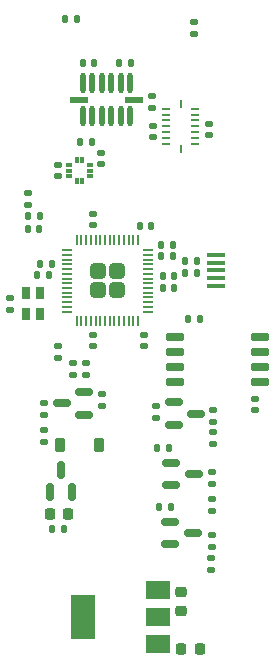
<source format=gbr>
%TF.GenerationSoftware,KiCad,Pcbnew,7.0.5*%
%TF.CreationDate,2023-12-24T21:30:35-08:00*%
%TF.ProjectId,Lyrav3,4c797261-7633-42e6-9b69-6361645f7063,rev?*%
%TF.SameCoordinates,Original*%
%TF.FileFunction,Paste,Bot*%
%TF.FilePolarity,Positive*%
%FSLAX46Y46*%
G04 Gerber Fmt 4.6, Leading zero omitted, Abs format (unit mm)*
G04 Created by KiCad (PCBNEW 7.0.5) date 2023-12-24 21:30:35*
%MOMM*%
%LPD*%
G01*
G04 APERTURE LIST*
G04 Aperture macros list*
%AMRoundRect*
0 Rectangle with rounded corners*
0 $1 Rounding radius*
0 $2 $3 $4 $5 $6 $7 $8 $9 X,Y pos of 4 corners*
0 Add a 4 corners polygon primitive as box body*
4,1,4,$2,$3,$4,$5,$6,$7,$8,$9,$2,$3,0*
0 Add four circle primitives for the rounded corners*
1,1,$1+$1,$2,$3*
1,1,$1+$1,$4,$5*
1,1,$1+$1,$6,$7*
1,1,$1+$1,$8,$9*
0 Add four rect primitives between the rounded corners*
20,1,$1+$1,$2,$3,$4,$5,0*
20,1,$1+$1,$4,$5,$6,$7,0*
20,1,$1+$1,$6,$7,$8,$9,0*
20,1,$1+$1,$8,$9,$2,$3,0*%
G04 Aperture macros list end*
%ADD10RoundRect,0.140000X0.170000X-0.140000X0.170000X0.140000X-0.170000X0.140000X-0.170000X-0.140000X0*%
%ADD11RoundRect,0.140000X-0.140000X-0.170000X0.140000X-0.170000X0.140000X0.170000X-0.140000X0.170000X0*%
%ADD12RoundRect,0.225000X-0.225000X-0.250000X0.225000X-0.250000X0.225000X0.250000X-0.225000X0.250000X0*%
%ADD13RoundRect,0.140000X0.140000X0.170000X-0.140000X0.170000X-0.140000X-0.170000X0.140000X-0.170000X0*%
%ADD14RoundRect,0.225000X0.250000X-0.225000X0.250000X0.225000X-0.250000X0.225000X-0.250000X-0.225000X0*%
%ADD15R,2.000000X1.500000*%
%ADD16R,2.000000X3.800000*%
%ADD17RoundRect,0.225000X-0.225000X-0.375000X0.225000X-0.375000X0.225000X0.375000X-0.225000X0.375000X0*%
%ADD18R,0.800000X1.000000*%
%ADD19RoundRect,0.140000X-0.170000X0.140000X-0.170000X-0.140000X0.170000X-0.140000X0.170000X0.140000X0*%
%ADD20RoundRect,0.135000X-0.135000X-0.185000X0.135000X-0.185000X0.135000X0.185000X-0.135000X0.185000X0*%
%ADD21RoundRect,0.135000X-0.185000X0.135000X-0.185000X-0.135000X0.185000X-0.135000X0.185000X0.135000X0*%
%ADD22RoundRect,0.135000X0.135000X0.185000X-0.135000X0.185000X-0.135000X-0.185000X0.135000X-0.185000X0*%
%ADD23RoundRect,0.249999X0.395001X-0.395001X0.395001X0.395001X-0.395001X0.395001X-0.395001X-0.395001X0*%
%ADD24RoundRect,0.050000X0.050000X-0.387500X0.050000X0.387500X-0.050000X0.387500X-0.050000X-0.387500X0*%
%ADD25RoundRect,0.050000X0.387500X-0.050000X0.387500X0.050000X-0.387500X0.050000X-0.387500X-0.050000X0*%
%ADD26RoundRect,0.150000X-0.587500X-0.150000X0.587500X-0.150000X0.587500X0.150000X-0.587500X0.150000X0*%
%ADD27R,0.500000X0.300000*%
%ADD28R,0.300000X0.500000*%
%ADD29RoundRect,0.150000X0.150000X-0.587500X0.150000X0.587500X-0.150000X0.587500X-0.150000X-0.587500X0*%
%ADD30RoundRect,0.135000X0.185000X-0.135000X0.185000X0.135000X-0.185000X0.135000X-0.185000X-0.135000X0*%
%ADD31RoundRect,0.150000X-0.650000X-0.150000X0.650000X-0.150000X0.650000X0.150000X-0.650000X0.150000X0*%
%ADD32R,1.600000X0.400000*%
%ADD33R,0.800000X0.250000*%
%ADD34R,0.250000X0.800000*%
%ADD35R,1.550000X0.600000*%
%ADD36O,0.450000X1.770000*%
%ADD37RoundRect,0.150000X0.587500X0.150000X-0.587500X0.150000X-0.587500X-0.150000X0.587500X-0.150000X0*%
G04 APERTURE END LIST*
D10*
%TO.C,C13*%
X2455000Y29518000D03*
X2455000Y30478000D03*
%TD*%
D11*
%TO.C,C8*%
X6011000Y10948000D03*
X6971000Y10948000D03*
%TD*%
D12*
%TO.C,C7*%
X5782400Y12243400D03*
X7332400Y12243400D03*
%TD*%
D13*
%TO.C,C3*%
X4918800Y36348000D03*
X3958800Y36348000D03*
%TD*%
D14*
%TO.C,C6*%
X16932601Y4051600D03*
X16932601Y5601600D03*
%TD*%
D15*
%TO.C,U5*%
X14926800Y5831200D03*
D16*
X8626800Y3531200D03*
D15*
X14926800Y3531200D03*
X14926800Y1231200D03*
%TD*%
D12*
%TO.C,C5*%
X16945400Y762600D03*
X18495400Y762600D03*
%TD*%
D17*
%TO.C,D1*%
X6672400Y18085400D03*
X9972400Y18085400D03*
%TD*%
D18*
%TO.C,X2*%
X3769600Y29159800D03*
X3769600Y30959800D03*
X4969600Y30959800D03*
X4969600Y29159800D03*
%TD*%
D19*
%TO.C,C22*%
X13758000Y27379200D03*
X13758000Y26419200D03*
%TD*%
D20*
%TO.C,R18*%
X18230400Y33630200D03*
X17210400Y33630200D03*
%TD*%
D11*
%TO.C,C11*%
X9564400Y50445000D03*
X8604400Y50445000D03*
%TD*%
D21*
%TO.C,R17*%
X14824800Y21338600D03*
X14824800Y20318600D03*
%TD*%
D22*
%TO.C,R6*%
X8396600Y43714000D03*
X9416600Y43714000D03*
%TD*%
D13*
%TO.C,C10*%
X11703200Y50394200D03*
X12663200Y50394200D03*
%TD*%
D23*
%TO.C,U8*%
X9876100Y31163400D03*
X11476100Y31163400D03*
X9876100Y32763400D03*
X11476100Y32763400D03*
D24*
X13276100Y28525900D03*
X12876100Y28525900D03*
X12476100Y28525900D03*
X12076100Y28525900D03*
X11676100Y28525900D03*
X11276100Y28525900D03*
X10876100Y28525900D03*
X10476100Y28525900D03*
X10076100Y28525900D03*
X9676100Y28525900D03*
X9276100Y28525900D03*
X8876100Y28525900D03*
X8476100Y28525900D03*
X8076100Y28525900D03*
D25*
X7238600Y29363400D03*
X7238600Y29763400D03*
X7238600Y30163400D03*
X7238600Y30563400D03*
X7238600Y30963400D03*
X7238600Y31363400D03*
X7238600Y31763400D03*
X7238600Y32163400D03*
X7238600Y32563400D03*
X7238600Y32963400D03*
X7238600Y33363400D03*
X7238600Y33763400D03*
X7238600Y34163400D03*
X7238600Y34563400D03*
D24*
X8076100Y35400900D03*
X8476100Y35400900D03*
X8876100Y35400900D03*
X9276100Y35400900D03*
X9676100Y35400900D03*
X10076100Y35400900D03*
X10476100Y35400900D03*
X10876100Y35400900D03*
X11276100Y35400900D03*
X11676100Y35400900D03*
X12076100Y35400900D03*
X12476100Y35400900D03*
X12876100Y35400900D03*
X13276100Y35400900D03*
D25*
X14113600Y34563400D03*
X14113600Y34163400D03*
X14113600Y33763400D03*
X14113600Y33363400D03*
X14113600Y32963400D03*
X14113600Y32563400D03*
X14113600Y32163400D03*
X14113600Y31763400D03*
X14113600Y31363400D03*
X14113600Y30963400D03*
X14113600Y30563400D03*
X14113600Y30163400D03*
X14113600Y29763400D03*
X14113600Y29363400D03*
%TD*%
D26*
%TO.C,Q2*%
X17974400Y15596200D03*
X16099400Y16546200D03*
X16099400Y14646200D03*
%TD*%
D27*
%TO.C,U3*%
X7452400Y41801000D03*
X7452400Y41301000D03*
X7452400Y40801000D03*
D28*
X8072400Y40431000D03*
X8572400Y40431000D03*
D27*
X9192400Y40801000D03*
X9192400Y41301000D03*
X9192400Y41801000D03*
D28*
X8572400Y42171000D03*
X8072400Y42171000D03*
%TD*%
D11*
%TO.C,C17*%
X16320800Y31395000D03*
X15360800Y31395000D03*
%TD*%
D29*
%TO.C,Q1*%
X6747600Y15924100D03*
X5797600Y14049100D03*
X7697600Y14049100D03*
%TD*%
D30*
%TO.C,R27*%
X10202000Y21385400D03*
X10202000Y22405400D03*
%TD*%
D22*
%TO.C,R16*%
X15026000Y12853000D03*
X16046000Y12853000D03*
%TD*%
D31*
%TO.C,U9*%
X23581000Y23394000D03*
X23581000Y24664000D03*
X23581000Y25934000D03*
X23581000Y27204000D03*
X16381000Y27204000D03*
X16381000Y25934000D03*
X16381000Y24664000D03*
X16381000Y23394000D03*
%TD*%
D21*
%TO.C,R7*%
X14443800Y47627600D03*
X14443800Y46607600D03*
%TD*%
D19*
%TO.C,C1*%
X14513800Y45092400D03*
X14513800Y44132400D03*
%TD*%
D11*
%TO.C,C21*%
X14390400Y36627400D03*
X13430400Y36627400D03*
%TD*%
D22*
%TO.C,R15*%
X17210400Y32665000D03*
X18230400Y32665000D03*
%TD*%
D19*
%TO.C,C12*%
X10125800Y41837000D03*
X10125800Y42797000D03*
%TD*%
D21*
%TO.C,R2*%
X6519000Y25424000D03*
X6519000Y26444000D03*
%TD*%
D10*
%TO.C,C2*%
X19267701Y44283399D03*
X19267701Y45243399D03*
%TD*%
D19*
%TO.C,C4*%
X6500000Y40829000D03*
X6500000Y41789000D03*
%TD*%
D21*
%TO.C,R22*%
X7763600Y23999600D03*
X7763600Y25019600D03*
%TD*%
D11*
%TO.C,C19*%
X16219200Y35001800D03*
X15259200Y35001800D03*
%TD*%
D32*
%TO.C,J7*%
X19889100Y34168200D03*
X19889100Y33518200D03*
X19889100Y32868200D03*
X19889100Y32218200D03*
X19879100Y31568200D03*
%TD*%
D19*
%TO.C,C23*%
X9440000Y26444600D03*
X9440000Y27404600D03*
%TD*%
D20*
%TO.C,R1*%
X8149313Y54128000D03*
X7129313Y54128000D03*
%TD*%
D26*
%TO.C,Q3*%
X17895900Y10617800D03*
X16020900Y11567800D03*
X16020900Y9667800D03*
%TD*%
D21*
%TO.C,R25*%
X5325200Y18286600D03*
X5325200Y19306600D03*
%TD*%
D11*
%TO.C,C25*%
X16320800Y32360200D03*
X15360800Y32360200D03*
%TD*%
D21*
%TO.C,R12*%
X19447600Y8537000D03*
X19447600Y7517000D03*
%TD*%
%TO.C,R10*%
X19549200Y9396600D03*
X19549200Y10416600D03*
%TD*%
%TO.C,R21*%
X19498400Y14779400D03*
X19498400Y15799400D03*
%TD*%
D22*
%TO.C,R3*%
X17464400Y28702600D03*
X18484400Y28702600D03*
%TD*%
D21*
%TO.C,R23*%
X5323200Y21592600D03*
X5323200Y20572600D03*
%TD*%
D33*
%TO.C,U2*%
X18076000Y43544200D03*
X18076000Y44044200D03*
X18076000Y44544200D03*
X18076000Y45044200D03*
X18076000Y45544200D03*
X18076000Y46044200D03*
X18076000Y46544200D03*
D34*
X16876000Y46954200D03*
D33*
X15676000Y46544200D03*
X15676000Y46044200D03*
X15676000Y45544200D03*
X15676000Y45044200D03*
X15676000Y44544200D03*
X15676000Y44044200D03*
X15676000Y43544200D03*
D34*
X16876000Y43134200D03*
%TD*%
D21*
%TO.C,R24*%
X19498400Y12495400D03*
X19498400Y13515400D03*
%TD*%
D35*
%TO.C,U4*%
X8308400Y47295400D03*
D36*
X8608400Y45885400D03*
X9408400Y45885400D03*
X10208400Y45885400D03*
X11008400Y45885400D03*
X11808400Y45885400D03*
X12608400Y45885400D03*
D35*
X12908400Y47295400D03*
D36*
X12608400Y48705400D03*
X11808400Y48705400D03*
X11008400Y48705400D03*
X10208400Y48705400D03*
X9408400Y48705400D03*
X8608400Y48705400D03*
%TD*%
D22*
%TO.C,R5*%
X3951600Y37491000D03*
X4971600Y37491000D03*
%TD*%
D21*
%TO.C,R4*%
X3953600Y38403400D03*
X3953600Y39423400D03*
%TD*%
D30*
%TO.C,R14*%
X17974400Y53862800D03*
X17974400Y52842800D03*
%TD*%
D37*
%TO.C,Q5*%
X8699100Y22540600D03*
X8699100Y20640600D03*
X6824100Y21590600D03*
%TD*%
D13*
%TO.C,C16*%
X4997600Y33427000D03*
X5957600Y33427000D03*
%TD*%
D22*
%TO.C,R26*%
X14873600Y17831400D03*
X15893600Y17831400D03*
%TD*%
D13*
%TO.C,C24*%
X4743600Y32461800D03*
X5703600Y32461800D03*
%TD*%
D26*
%TO.C,Q4*%
X16302600Y19777000D03*
X16302600Y21677000D03*
X18177600Y20727000D03*
%TD*%
D21*
%TO.C,R28*%
X8830400Y23976200D03*
X8830400Y24996200D03*
%TD*%
D19*
%TO.C,C27*%
X23156000Y21009000D03*
X23156000Y21969000D03*
%TD*%
D11*
%TO.C,C18*%
X16219200Y34036600D03*
X15259200Y34036600D03*
%TD*%
D10*
%TO.C,C26*%
X9465400Y37666200D03*
X9465400Y36706200D03*
%TD*%
D21*
%TO.C,R13*%
X19650800Y18134200D03*
X19650800Y19154200D03*
%TD*%
%TO.C,R11*%
X19650800Y21033800D03*
X19650800Y20013800D03*
%TD*%
M02*

</source>
